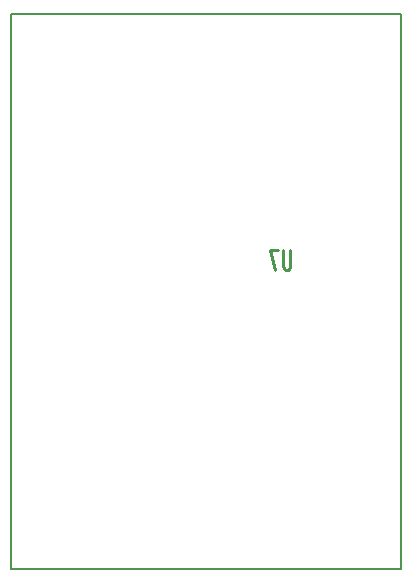
<source format=gbo>
G04 (created by PCBNEW (2013-07-07 BZR 4022)-stable) date 04/05/2015 22:03:08*
%MOIN*%
G04 Gerber Fmt 3.4, Leading zero omitted, Abs format*
%FSLAX34Y34*%
G01*
G70*
G90*
G04 APERTURE LIST*
%ADD10C,0.00590551*%
%ADD11C,0.0107*%
%ADD12C,0.012*%
G04 APERTURE END LIST*
G54D10*
X56500Y-50000D02*
X56500Y-40750D01*
X56500Y-40750D02*
X43500Y-40750D01*
X43500Y-40750D02*
X43500Y-59250D01*
X43500Y-59250D02*
X56500Y-59250D01*
X56500Y-59250D02*
X56500Y-50000D01*
G54D11*
X52826Y-48594D02*
X52826Y-49145D01*
X52805Y-49210D01*
X52785Y-49243D01*
X52744Y-49275D01*
X52663Y-49275D01*
X52622Y-49243D01*
X52601Y-49210D01*
X52581Y-49145D01*
X52581Y-48594D01*
X52418Y-48594D02*
X52133Y-48594D01*
X52316Y-49275D01*
G54D12*
M02*

</source>
